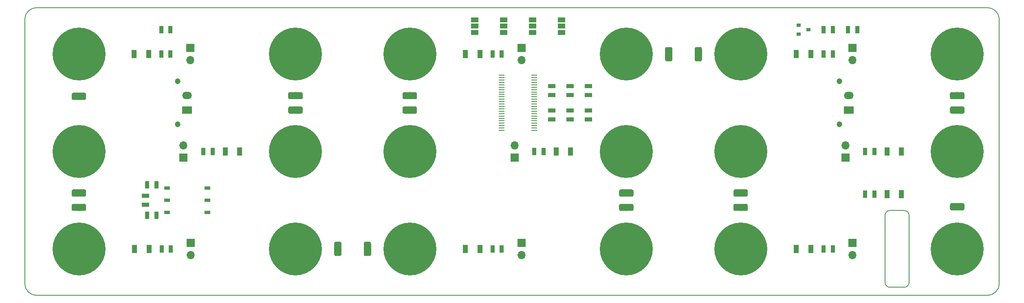
<source format=gbr>
%TF.GenerationSoftware,KiCad,Pcbnew,(5.0.0-rc2-dev-632-g76d3b6f04)*%
%TF.CreationDate,2018-06-22T20:22:36+02:00*%
%TF.ProjectId,CellsBoard,43656C6C73426F6172642E6B69636164,rev?*%
%TF.SameCoordinates,Original*%
%TF.FileFunction,Soldermask,Top*%
%TF.FilePolarity,Negative*%
%FSLAX46Y46*%
G04 Gerber Fmt 4.6, Leading zero omitted, Abs format (unit mm)*
G04 Created by KiCad (PCBNEW (5.0.0-rc2-dev-632-g76d3b6f04)) date 06/22/18 20:22:36*
%MOMM*%
%LPD*%
G01*
G04 APERTURE LIST*
%ADD10C,0.150000*%
%ADD11R,1.250000X0.250000*%
%ADD12C,11.000000*%
%ADD13C,0.900000*%
%ADD14C,1.500000*%
%ADD15O,2.000000X1.500000*%
%ADD16R,2.000000X1.500000*%
%ADD17C,1.200000*%
%ADD18R,1.300000X0.750000*%
%ADD19O,1.700000X1.700000*%
%ADD20R,1.700000X1.700000*%
%ADD21R,1.500000X0.970000*%
%ADD22R,0.970000X1.500000*%
%ADD23R,1.070000X1.800000*%
%ADD24R,1.500000X1.000000*%
%ADD25R,0.900000X0.800000*%
G04 APERTURE END LIST*
D10*
X229750000Y-132300000D02*
X232750000Y-132300000D01*
X228750000Y-147300000D02*
X228750000Y-133300000D01*
X232750000Y-148300000D02*
X229750000Y-148300000D01*
X233750000Y-133300000D02*
X233750000Y-147300000D01*
X229750000Y-148300000D02*
G75*
G02X228750000Y-147300000I0J1000000D01*
G01*
X228750000Y-133300000D02*
G75*
G02X229750000Y-132300000I1000000J0D01*
G01*
X232750000Y-132300000D02*
G75*
G02X233750000Y-133300000I0J-1000000D01*
G01*
X233750000Y-147300000D02*
G75*
G02X232750000Y-148300000I-1000000J0D01*
G01*
X250000000Y-90000000D02*
X52500000Y-90000000D01*
X250000000Y-90000000D02*
G75*
G02X252500000Y-92500000I0J-2500000D01*
G01*
X252500000Y-147500000D02*
X252500000Y-92500000D01*
X252500000Y-147500000D02*
G75*
G02X250000000Y-150000000I-2500000J0D01*
G01*
X52500000Y-150000000D02*
X250000000Y-150000000D01*
X52500000Y-150000000D02*
G75*
G02X50000000Y-147500000I0J2500000D01*
G01*
X50000000Y-92500000D02*
X50000000Y-147500000D01*
X50000000Y-92500000D02*
G75*
G02X52500000Y-90000000I2500000J0D01*
G01*
D11*
X155875000Y-104100000D03*
X149125000Y-104100000D03*
X155875000Y-104600000D03*
X149125000Y-104600000D03*
X155875000Y-105100000D03*
X149125000Y-105100000D03*
X155875000Y-105600000D03*
X149125000Y-105600000D03*
X155875000Y-106100000D03*
X149125000Y-106100000D03*
X155875000Y-106600000D03*
X149125000Y-106600000D03*
X155875000Y-107100000D03*
X149125000Y-107100000D03*
X155875000Y-107600000D03*
X149125000Y-107600000D03*
X155875000Y-108100000D03*
X149125000Y-108100000D03*
X155875000Y-108600000D03*
X149125000Y-108600000D03*
X155875000Y-109100000D03*
X149125000Y-109100000D03*
X155875000Y-109600000D03*
X149125000Y-109600000D03*
X155875000Y-110100000D03*
X149125000Y-110100000D03*
X155875000Y-110600000D03*
X149125000Y-110600000D03*
X155875000Y-111100000D03*
X149125000Y-111100000D03*
X155875000Y-111600000D03*
X149125000Y-111600000D03*
X155875000Y-112100000D03*
X149125000Y-112100000D03*
X155875000Y-112600000D03*
X149125000Y-112600000D03*
X155875000Y-113100000D03*
X149125000Y-113100000D03*
X155875000Y-113600000D03*
X149125000Y-113600000D03*
X155875000Y-114100000D03*
X149125000Y-114100000D03*
X155875000Y-114600000D03*
X149125000Y-114600000D03*
X155875000Y-115100000D03*
X149125000Y-115100000D03*
X155875000Y-115600000D03*
X149125000Y-115600000D03*
D12*
X106250000Y-140300000D03*
D13*
X110375000Y-140300000D03*
X109176815Y-143226815D03*
X106250000Y-144425000D03*
X103323185Y-143226815D03*
X102125000Y-140300000D03*
X103323185Y-137373185D03*
X106250000Y-136175000D03*
X109176815Y-137373185D03*
X134125000Y-140300000D03*
X125875000Y-140300000D03*
X130000000Y-144425000D03*
X127073185Y-137373185D03*
X132926815Y-137373185D03*
X132926815Y-143226815D03*
X130000000Y-136175000D03*
X127073185Y-143226815D03*
D12*
X130000000Y-140300000D03*
D10*
G36*
X121611756Y-138801806D02*
X121648159Y-138807206D01*
X121683857Y-138816147D01*
X121718506Y-138828545D01*
X121751774Y-138844280D01*
X121783339Y-138863199D01*
X121812897Y-138885121D01*
X121840165Y-138909835D01*
X121864879Y-138937103D01*
X121886801Y-138966661D01*
X121905720Y-138998226D01*
X121921455Y-139031494D01*
X121933853Y-139066143D01*
X121942794Y-139101841D01*
X121948194Y-139138244D01*
X121950000Y-139175000D01*
X121950000Y-141425000D01*
X121948194Y-141461756D01*
X121942794Y-141498159D01*
X121933853Y-141533857D01*
X121921455Y-141568506D01*
X121905720Y-141601774D01*
X121886801Y-141633339D01*
X121864879Y-141662897D01*
X121840165Y-141690165D01*
X121812897Y-141714879D01*
X121783339Y-141736801D01*
X121751774Y-141755720D01*
X121718506Y-141771455D01*
X121683857Y-141783853D01*
X121648159Y-141792794D01*
X121611756Y-141798194D01*
X121575000Y-141800000D01*
X120825000Y-141800000D01*
X120788244Y-141798194D01*
X120751841Y-141792794D01*
X120716143Y-141783853D01*
X120681494Y-141771455D01*
X120648226Y-141755720D01*
X120616661Y-141736801D01*
X120587103Y-141714879D01*
X120559835Y-141690165D01*
X120535121Y-141662897D01*
X120513199Y-141633339D01*
X120494280Y-141601774D01*
X120478545Y-141568506D01*
X120466147Y-141533857D01*
X120457206Y-141498159D01*
X120451806Y-141461756D01*
X120450000Y-141425000D01*
X120450000Y-139175000D01*
X120451806Y-139138244D01*
X120457206Y-139101841D01*
X120466147Y-139066143D01*
X120478545Y-139031494D01*
X120494280Y-138998226D01*
X120513199Y-138966661D01*
X120535121Y-138937103D01*
X120559835Y-138909835D01*
X120587103Y-138885121D01*
X120616661Y-138863199D01*
X120648226Y-138844280D01*
X120681494Y-138828545D01*
X120716143Y-138816147D01*
X120751841Y-138807206D01*
X120788244Y-138801806D01*
X120825000Y-138800000D01*
X121575000Y-138800000D01*
X121611756Y-138801806D01*
X121611756Y-138801806D01*
G37*
D14*
X121200000Y-140300000D03*
D10*
G36*
X115461756Y-138801806D02*
X115498159Y-138807206D01*
X115533857Y-138816147D01*
X115568506Y-138828545D01*
X115601774Y-138844280D01*
X115633339Y-138863199D01*
X115662897Y-138885121D01*
X115690165Y-138909835D01*
X115714879Y-138937103D01*
X115736801Y-138966661D01*
X115755720Y-138998226D01*
X115771455Y-139031494D01*
X115783853Y-139066143D01*
X115792794Y-139101841D01*
X115798194Y-139138244D01*
X115800000Y-139175000D01*
X115800000Y-141425000D01*
X115798194Y-141461756D01*
X115792794Y-141498159D01*
X115783853Y-141533857D01*
X115771455Y-141568506D01*
X115755720Y-141601774D01*
X115736801Y-141633339D01*
X115714879Y-141662897D01*
X115690165Y-141690165D01*
X115662897Y-141714879D01*
X115633339Y-141736801D01*
X115601774Y-141755720D01*
X115568506Y-141771455D01*
X115533857Y-141783853D01*
X115498159Y-141792794D01*
X115461756Y-141798194D01*
X115425000Y-141800000D01*
X114675000Y-141800000D01*
X114638244Y-141798194D01*
X114601841Y-141792794D01*
X114566143Y-141783853D01*
X114531494Y-141771455D01*
X114498226Y-141755720D01*
X114466661Y-141736801D01*
X114437103Y-141714879D01*
X114409835Y-141690165D01*
X114385121Y-141662897D01*
X114363199Y-141633339D01*
X114344280Y-141601774D01*
X114328545Y-141568506D01*
X114316147Y-141533857D01*
X114307206Y-141498159D01*
X114301806Y-141461756D01*
X114300000Y-141425000D01*
X114300000Y-139175000D01*
X114301806Y-139138244D01*
X114307206Y-139101841D01*
X114316147Y-139066143D01*
X114328545Y-139031494D01*
X114344280Y-138998226D01*
X114363199Y-138966661D01*
X114385121Y-138937103D01*
X114409835Y-138909835D01*
X114437103Y-138885121D01*
X114466661Y-138863199D01*
X114498226Y-138844280D01*
X114531494Y-138828545D01*
X114566143Y-138816147D01*
X114601841Y-138807206D01*
X114638244Y-138801806D01*
X114675000Y-138800000D01*
X115425000Y-138800000D01*
X115461756Y-138801806D01*
X115461756Y-138801806D01*
G37*
D14*
X115050000Y-140300000D03*
D12*
X175000000Y-99700000D03*
D13*
X179125000Y-99700000D03*
X177926815Y-102626815D03*
X175000000Y-103825000D03*
X172073185Y-102626815D03*
X170875000Y-99700000D03*
X172073185Y-96773185D03*
X175000000Y-95575000D03*
X177926815Y-96773185D03*
X202875000Y-99700000D03*
X194625000Y-99700000D03*
X198750000Y-103825000D03*
X195823185Y-96773185D03*
X201676815Y-96773185D03*
X201676815Y-102626815D03*
X198750000Y-95575000D03*
X195823185Y-102626815D03*
D12*
X198750000Y-99700000D03*
D10*
G36*
X190361756Y-98201806D02*
X190398159Y-98207206D01*
X190433857Y-98216147D01*
X190468506Y-98228545D01*
X190501774Y-98244280D01*
X190533339Y-98263199D01*
X190562897Y-98285121D01*
X190590165Y-98309835D01*
X190614879Y-98337103D01*
X190636801Y-98366661D01*
X190655720Y-98398226D01*
X190671455Y-98431494D01*
X190683853Y-98466143D01*
X190692794Y-98501841D01*
X190698194Y-98538244D01*
X190700000Y-98575000D01*
X190700000Y-100825000D01*
X190698194Y-100861756D01*
X190692794Y-100898159D01*
X190683853Y-100933857D01*
X190671455Y-100968506D01*
X190655720Y-101001774D01*
X190636801Y-101033339D01*
X190614879Y-101062897D01*
X190590165Y-101090165D01*
X190562897Y-101114879D01*
X190533339Y-101136801D01*
X190501774Y-101155720D01*
X190468506Y-101171455D01*
X190433857Y-101183853D01*
X190398159Y-101192794D01*
X190361756Y-101198194D01*
X190325000Y-101200000D01*
X189575000Y-101200000D01*
X189538244Y-101198194D01*
X189501841Y-101192794D01*
X189466143Y-101183853D01*
X189431494Y-101171455D01*
X189398226Y-101155720D01*
X189366661Y-101136801D01*
X189337103Y-101114879D01*
X189309835Y-101090165D01*
X189285121Y-101062897D01*
X189263199Y-101033339D01*
X189244280Y-101001774D01*
X189228545Y-100968506D01*
X189216147Y-100933857D01*
X189207206Y-100898159D01*
X189201806Y-100861756D01*
X189200000Y-100825000D01*
X189200000Y-98575000D01*
X189201806Y-98538244D01*
X189207206Y-98501841D01*
X189216147Y-98466143D01*
X189228545Y-98431494D01*
X189244280Y-98398226D01*
X189263199Y-98366661D01*
X189285121Y-98337103D01*
X189309835Y-98309835D01*
X189337103Y-98285121D01*
X189366661Y-98263199D01*
X189398226Y-98244280D01*
X189431494Y-98228545D01*
X189466143Y-98216147D01*
X189501841Y-98207206D01*
X189538244Y-98201806D01*
X189575000Y-98200000D01*
X190325000Y-98200000D01*
X190361756Y-98201806D01*
X190361756Y-98201806D01*
G37*
D14*
X189950000Y-99700000D03*
D10*
G36*
X184211756Y-98201806D02*
X184248159Y-98207206D01*
X184283857Y-98216147D01*
X184318506Y-98228545D01*
X184351774Y-98244280D01*
X184383339Y-98263199D01*
X184412897Y-98285121D01*
X184440165Y-98309835D01*
X184464879Y-98337103D01*
X184486801Y-98366661D01*
X184505720Y-98398226D01*
X184521455Y-98431494D01*
X184533853Y-98466143D01*
X184542794Y-98501841D01*
X184548194Y-98538244D01*
X184550000Y-98575000D01*
X184550000Y-100825000D01*
X184548194Y-100861756D01*
X184542794Y-100898159D01*
X184533853Y-100933857D01*
X184521455Y-100968506D01*
X184505720Y-101001774D01*
X184486801Y-101033339D01*
X184464879Y-101062897D01*
X184440165Y-101090165D01*
X184412897Y-101114879D01*
X184383339Y-101136801D01*
X184351774Y-101155720D01*
X184318506Y-101171455D01*
X184283857Y-101183853D01*
X184248159Y-101192794D01*
X184211756Y-101198194D01*
X184175000Y-101200000D01*
X183425000Y-101200000D01*
X183388244Y-101198194D01*
X183351841Y-101192794D01*
X183316143Y-101183853D01*
X183281494Y-101171455D01*
X183248226Y-101155720D01*
X183216661Y-101136801D01*
X183187103Y-101114879D01*
X183159835Y-101090165D01*
X183135121Y-101062897D01*
X183113199Y-101033339D01*
X183094280Y-101001774D01*
X183078545Y-100968506D01*
X183066147Y-100933857D01*
X183057206Y-100898159D01*
X183051806Y-100861756D01*
X183050000Y-100825000D01*
X183050000Y-98575000D01*
X183051806Y-98538244D01*
X183057206Y-98501841D01*
X183066147Y-98466143D01*
X183078545Y-98431494D01*
X183094280Y-98398226D01*
X183113199Y-98366661D01*
X183135121Y-98337103D01*
X183159835Y-98309835D01*
X183187103Y-98285121D01*
X183216661Y-98263199D01*
X183248226Y-98244280D01*
X183281494Y-98228545D01*
X183316143Y-98216147D01*
X183351841Y-98207206D01*
X183388244Y-98201806D01*
X183425000Y-98200000D01*
X184175000Y-98200000D01*
X184211756Y-98201806D01*
X184211756Y-98201806D01*
G37*
D14*
X183800000Y-99700000D03*
D12*
X106250000Y-120000000D03*
D13*
X106250000Y-115875000D03*
X109176815Y-117073185D03*
X110375000Y-120000000D03*
X109176815Y-122926815D03*
X106250000Y-124125000D03*
X103323185Y-122926815D03*
X102125000Y-120000000D03*
X103323185Y-117073185D03*
X106250000Y-95575000D03*
X106250000Y-103825000D03*
X110375000Y-99700000D03*
X103323185Y-102626815D03*
X103323185Y-96773185D03*
X109176815Y-96773185D03*
X102125000Y-99700000D03*
X109176815Y-102626815D03*
D12*
X106250000Y-99700000D03*
D10*
G36*
X107411756Y-107601806D02*
X107448159Y-107607206D01*
X107483857Y-107616147D01*
X107518506Y-107628545D01*
X107551774Y-107644280D01*
X107583339Y-107663199D01*
X107612897Y-107685121D01*
X107640165Y-107709835D01*
X107664879Y-107737103D01*
X107686801Y-107766661D01*
X107705720Y-107798226D01*
X107721455Y-107831494D01*
X107733853Y-107866143D01*
X107742794Y-107901841D01*
X107748194Y-107938244D01*
X107750000Y-107975000D01*
X107750000Y-108725000D01*
X107748194Y-108761756D01*
X107742794Y-108798159D01*
X107733853Y-108833857D01*
X107721455Y-108868506D01*
X107705720Y-108901774D01*
X107686801Y-108933339D01*
X107664879Y-108962897D01*
X107640165Y-108990165D01*
X107612897Y-109014879D01*
X107583339Y-109036801D01*
X107551774Y-109055720D01*
X107518506Y-109071455D01*
X107483857Y-109083853D01*
X107448159Y-109092794D01*
X107411756Y-109098194D01*
X107375000Y-109100000D01*
X105125000Y-109100000D01*
X105088244Y-109098194D01*
X105051841Y-109092794D01*
X105016143Y-109083853D01*
X104981494Y-109071455D01*
X104948226Y-109055720D01*
X104916661Y-109036801D01*
X104887103Y-109014879D01*
X104859835Y-108990165D01*
X104835121Y-108962897D01*
X104813199Y-108933339D01*
X104794280Y-108901774D01*
X104778545Y-108868506D01*
X104766147Y-108833857D01*
X104757206Y-108798159D01*
X104751806Y-108761756D01*
X104750000Y-108725000D01*
X104750000Y-107975000D01*
X104751806Y-107938244D01*
X104757206Y-107901841D01*
X104766147Y-107866143D01*
X104778545Y-107831494D01*
X104794280Y-107798226D01*
X104813199Y-107766661D01*
X104835121Y-107737103D01*
X104859835Y-107709835D01*
X104887103Y-107685121D01*
X104916661Y-107663199D01*
X104948226Y-107644280D01*
X104981494Y-107628545D01*
X105016143Y-107616147D01*
X105051841Y-107607206D01*
X105088244Y-107601806D01*
X105125000Y-107600000D01*
X107375000Y-107600000D01*
X107411756Y-107601806D01*
X107411756Y-107601806D01*
G37*
D14*
X106250000Y-108350000D03*
D10*
G36*
X107411756Y-110601806D02*
X107448159Y-110607206D01*
X107483857Y-110616147D01*
X107518506Y-110628545D01*
X107551774Y-110644280D01*
X107583339Y-110663199D01*
X107612897Y-110685121D01*
X107640165Y-110709835D01*
X107664879Y-110737103D01*
X107686801Y-110766661D01*
X107705720Y-110798226D01*
X107721455Y-110831494D01*
X107733853Y-110866143D01*
X107742794Y-110901841D01*
X107748194Y-110938244D01*
X107750000Y-110975000D01*
X107750000Y-111725000D01*
X107748194Y-111761756D01*
X107742794Y-111798159D01*
X107733853Y-111833857D01*
X107721455Y-111868506D01*
X107705720Y-111901774D01*
X107686801Y-111933339D01*
X107664879Y-111962897D01*
X107640165Y-111990165D01*
X107612897Y-112014879D01*
X107583339Y-112036801D01*
X107551774Y-112055720D01*
X107518506Y-112071455D01*
X107483857Y-112083853D01*
X107448159Y-112092794D01*
X107411756Y-112098194D01*
X107375000Y-112100000D01*
X105125000Y-112100000D01*
X105088244Y-112098194D01*
X105051841Y-112092794D01*
X105016143Y-112083853D01*
X104981494Y-112071455D01*
X104948226Y-112055720D01*
X104916661Y-112036801D01*
X104887103Y-112014879D01*
X104859835Y-111990165D01*
X104835121Y-111962897D01*
X104813199Y-111933339D01*
X104794280Y-111901774D01*
X104778545Y-111868506D01*
X104766147Y-111833857D01*
X104757206Y-111798159D01*
X104751806Y-111761756D01*
X104750000Y-111725000D01*
X104750000Y-110975000D01*
X104751806Y-110938244D01*
X104757206Y-110901841D01*
X104766147Y-110866143D01*
X104778545Y-110831494D01*
X104794280Y-110798226D01*
X104813199Y-110766661D01*
X104835121Y-110737103D01*
X104859835Y-110709835D01*
X104887103Y-110685121D01*
X104916661Y-110663199D01*
X104948226Y-110644280D01*
X104981494Y-110628545D01*
X105016143Y-110616147D01*
X105051841Y-110607206D01*
X105088244Y-110601806D01*
X105125000Y-110600000D01*
X107375000Y-110600000D01*
X107411756Y-110601806D01*
X107411756Y-110601806D01*
G37*
D14*
X106250000Y-111350000D03*
D12*
X61250000Y-140300000D03*
D13*
X61250000Y-136175000D03*
X64176815Y-137373185D03*
X65375000Y-140300000D03*
X64176815Y-143226815D03*
X61250000Y-144425000D03*
X58323185Y-143226815D03*
X57125000Y-140300000D03*
X58323185Y-137373185D03*
X61250000Y-115875000D03*
X61250000Y-124125000D03*
X65375000Y-120000000D03*
X58323185Y-122926815D03*
X58323185Y-117073185D03*
X64176815Y-117073185D03*
X57125000Y-120000000D03*
X64176815Y-122926815D03*
D12*
X61250000Y-120000000D03*
D10*
G36*
X62411756Y-127901806D02*
X62448159Y-127907206D01*
X62483857Y-127916147D01*
X62518506Y-127928545D01*
X62551774Y-127944280D01*
X62583339Y-127963199D01*
X62612897Y-127985121D01*
X62640165Y-128009835D01*
X62664879Y-128037103D01*
X62686801Y-128066661D01*
X62705720Y-128098226D01*
X62721455Y-128131494D01*
X62733853Y-128166143D01*
X62742794Y-128201841D01*
X62748194Y-128238244D01*
X62750000Y-128275000D01*
X62750000Y-129025000D01*
X62748194Y-129061756D01*
X62742794Y-129098159D01*
X62733853Y-129133857D01*
X62721455Y-129168506D01*
X62705720Y-129201774D01*
X62686801Y-129233339D01*
X62664879Y-129262897D01*
X62640165Y-129290165D01*
X62612897Y-129314879D01*
X62583339Y-129336801D01*
X62551774Y-129355720D01*
X62518506Y-129371455D01*
X62483857Y-129383853D01*
X62448159Y-129392794D01*
X62411756Y-129398194D01*
X62375000Y-129400000D01*
X60125000Y-129400000D01*
X60088244Y-129398194D01*
X60051841Y-129392794D01*
X60016143Y-129383853D01*
X59981494Y-129371455D01*
X59948226Y-129355720D01*
X59916661Y-129336801D01*
X59887103Y-129314879D01*
X59859835Y-129290165D01*
X59835121Y-129262897D01*
X59813199Y-129233339D01*
X59794280Y-129201774D01*
X59778545Y-129168506D01*
X59766147Y-129133857D01*
X59757206Y-129098159D01*
X59751806Y-129061756D01*
X59750000Y-129025000D01*
X59750000Y-128275000D01*
X59751806Y-128238244D01*
X59757206Y-128201841D01*
X59766147Y-128166143D01*
X59778545Y-128131494D01*
X59794280Y-128098226D01*
X59813199Y-128066661D01*
X59835121Y-128037103D01*
X59859835Y-128009835D01*
X59887103Y-127985121D01*
X59916661Y-127963199D01*
X59948226Y-127944280D01*
X59981494Y-127928545D01*
X60016143Y-127916147D01*
X60051841Y-127907206D01*
X60088244Y-127901806D01*
X60125000Y-127900000D01*
X62375000Y-127900000D01*
X62411756Y-127901806D01*
X62411756Y-127901806D01*
G37*
D14*
X61250000Y-128650000D03*
D10*
G36*
X62411756Y-130901806D02*
X62448159Y-130907206D01*
X62483857Y-130916147D01*
X62518506Y-130928545D01*
X62551774Y-130944280D01*
X62583339Y-130963199D01*
X62612897Y-130985121D01*
X62640165Y-131009835D01*
X62664879Y-131037103D01*
X62686801Y-131066661D01*
X62705720Y-131098226D01*
X62721455Y-131131494D01*
X62733853Y-131166143D01*
X62742794Y-131201841D01*
X62748194Y-131238244D01*
X62750000Y-131275000D01*
X62750000Y-132025000D01*
X62748194Y-132061756D01*
X62742794Y-132098159D01*
X62733853Y-132133857D01*
X62721455Y-132168506D01*
X62705720Y-132201774D01*
X62686801Y-132233339D01*
X62664879Y-132262897D01*
X62640165Y-132290165D01*
X62612897Y-132314879D01*
X62583339Y-132336801D01*
X62551774Y-132355720D01*
X62518506Y-132371455D01*
X62483857Y-132383853D01*
X62448159Y-132392794D01*
X62411756Y-132398194D01*
X62375000Y-132400000D01*
X60125000Y-132400000D01*
X60088244Y-132398194D01*
X60051841Y-132392794D01*
X60016143Y-132383853D01*
X59981494Y-132371455D01*
X59948226Y-132355720D01*
X59916661Y-132336801D01*
X59887103Y-132314879D01*
X59859835Y-132290165D01*
X59835121Y-132262897D01*
X59813199Y-132233339D01*
X59794280Y-132201774D01*
X59778545Y-132168506D01*
X59766147Y-132133857D01*
X59757206Y-132098159D01*
X59751806Y-132061756D01*
X59750000Y-132025000D01*
X59750000Y-131275000D01*
X59751806Y-131238244D01*
X59757206Y-131201841D01*
X59766147Y-131166143D01*
X59778545Y-131131494D01*
X59794280Y-131098226D01*
X59813199Y-131066661D01*
X59835121Y-131037103D01*
X59859835Y-131009835D01*
X59887103Y-130985121D01*
X59916661Y-130963199D01*
X59948226Y-130944280D01*
X59981494Y-130928545D01*
X60016143Y-130916147D01*
X60051841Y-130907206D01*
X60088244Y-130901806D01*
X60125000Y-130900000D01*
X62375000Y-130900000D01*
X62411756Y-130901806D01*
X62411756Y-130901806D01*
G37*
D14*
X61250000Y-131650000D03*
D12*
X175000000Y-120000000D03*
D13*
X175000000Y-124125000D03*
X172073185Y-122926815D03*
X170875000Y-120000000D03*
X172073185Y-117073185D03*
X175000000Y-115875000D03*
X177926815Y-117073185D03*
X179125000Y-120000000D03*
X177926815Y-122926815D03*
X175000000Y-144425000D03*
X175000000Y-136175000D03*
X170875000Y-140300000D03*
X177926815Y-137373185D03*
X177926815Y-143226815D03*
X172073185Y-143226815D03*
X179125000Y-140300000D03*
X172073185Y-137373185D03*
D12*
X175000000Y-140300000D03*
D10*
G36*
X176161756Y-130901806D02*
X176198159Y-130907206D01*
X176233857Y-130916147D01*
X176268506Y-130928545D01*
X176301774Y-130944280D01*
X176333339Y-130963199D01*
X176362897Y-130985121D01*
X176390165Y-131009835D01*
X176414879Y-131037103D01*
X176436801Y-131066661D01*
X176455720Y-131098226D01*
X176471455Y-131131494D01*
X176483853Y-131166143D01*
X176492794Y-131201841D01*
X176498194Y-131238244D01*
X176500000Y-131275000D01*
X176500000Y-132025000D01*
X176498194Y-132061756D01*
X176492794Y-132098159D01*
X176483853Y-132133857D01*
X176471455Y-132168506D01*
X176455720Y-132201774D01*
X176436801Y-132233339D01*
X176414879Y-132262897D01*
X176390165Y-132290165D01*
X176362897Y-132314879D01*
X176333339Y-132336801D01*
X176301774Y-132355720D01*
X176268506Y-132371455D01*
X176233857Y-132383853D01*
X176198159Y-132392794D01*
X176161756Y-132398194D01*
X176125000Y-132400000D01*
X173875000Y-132400000D01*
X173838244Y-132398194D01*
X173801841Y-132392794D01*
X173766143Y-132383853D01*
X173731494Y-132371455D01*
X173698226Y-132355720D01*
X173666661Y-132336801D01*
X173637103Y-132314879D01*
X173609835Y-132290165D01*
X173585121Y-132262897D01*
X173563199Y-132233339D01*
X173544280Y-132201774D01*
X173528545Y-132168506D01*
X173516147Y-132133857D01*
X173507206Y-132098159D01*
X173501806Y-132061756D01*
X173500000Y-132025000D01*
X173500000Y-131275000D01*
X173501806Y-131238244D01*
X173507206Y-131201841D01*
X173516147Y-131166143D01*
X173528545Y-131131494D01*
X173544280Y-131098226D01*
X173563199Y-131066661D01*
X173585121Y-131037103D01*
X173609835Y-131009835D01*
X173637103Y-130985121D01*
X173666661Y-130963199D01*
X173698226Y-130944280D01*
X173731494Y-130928545D01*
X173766143Y-130916147D01*
X173801841Y-130907206D01*
X173838244Y-130901806D01*
X173875000Y-130900000D01*
X176125000Y-130900000D01*
X176161756Y-130901806D01*
X176161756Y-130901806D01*
G37*
D14*
X175000000Y-131650000D03*
D10*
G36*
X176161756Y-127901806D02*
X176198159Y-127907206D01*
X176233857Y-127916147D01*
X176268506Y-127928545D01*
X176301774Y-127944280D01*
X176333339Y-127963199D01*
X176362897Y-127985121D01*
X176390165Y-128009835D01*
X176414879Y-128037103D01*
X176436801Y-128066661D01*
X176455720Y-128098226D01*
X176471455Y-128131494D01*
X176483853Y-128166143D01*
X176492794Y-128201841D01*
X176498194Y-128238244D01*
X176500000Y-128275000D01*
X176500000Y-129025000D01*
X176498194Y-129061756D01*
X176492794Y-129098159D01*
X176483853Y-129133857D01*
X176471455Y-129168506D01*
X176455720Y-129201774D01*
X176436801Y-129233339D01*
X176414879Y-129262897D01*
X176390165Y-129290165D01*
X176362897Y-129314879D01*
X176333339Y-129336801D01*
X176301774Y-129355720D01*
X176268506Y-129371455D01*
X176233857Y-129383853D01*
X176198159Y-129392794D01*
X176161756Y-129398194D01*
X176125000Y-129400000D01*
X173875000Y-129400000D01*
X173838244Y-129398194D01*
X173801841Y-129392794D01*
X173766143Y-129383853D01*
X173731494Y-129371455D01*
X173698226Y-129355720D01*
X173666661Y-129336801D01*
X173637103Y-129314879D01*
X173609835Y-129290165D01*
X173585121Y-129262897D01*
X173563199Y-129233339D01*
X173544280Y-129201774D01*
X173528545Y-129168506D01*
X173516147Y-129133857D01*
X173507206Y-129098159D01*
X173501806Y-129061756D01*
X173500000Y-129025000D01*
X173500000Y-128275000D01*
X173501806Y-128238244D01*
X173507206Y-128201841D01*
X173516147Y-128166143D01*
X173528545Y-128131494D01*
X173544280Y-128098226D01*
X173563199Y-128066661D01*
X173585121Y-128037103D01*
X173609835Y-128009835D01*
X173637103Y-127985121D01*
X173666661Y-127963199D01*
X173698226Y-127944280D01*
X173731494Y-127928545D01*
X173766143Y-127916147D01*
X173801841Y-127907206D01*
X173838244Y-127901806D01*
X173875000Y-127900000D01*
X176125000Y-127900000D01*
X176161756Y-127901806D01*
X176161756Y-127901806D01*
G37*
D14*
X175000000Y-128650000D03*
D12*
X130000000Y-99700000D03*
D13*
X130000000Y-103825000D03*
X127073185Y-102626815D03*
X125875000Y-99700000D03*
X127073185Y-96773185D03*
X130000000Y-95575000D03*
X132926815Y-96773185D03*
X134125000Y-99700000D03*
X132926815Y-102626815D03*
X130000000Y-124125000D03*
X130000000Y-115875000D03*
X125875000Y-120000000D03*
X132926815Y-117073185D03*
X132926815Y-122926815D03*
X127073185Y-122926815D03*
X134125000Y-120000000D03*
X127073185Y-117073185D03*
D12*
X130000000Y-120000000D03*
D10*
G36*
X131161756Y-110601806D02*
X131198159Y-110607206D01*
X131233857Y-110616147D01*
X131268506Y-110628545D01*
X131301774Y-110644280D01*
X131333339Y-110663199D01*
X131362897Y-110685121D01*
X131390165Y-110709835D01*
X131414879Y-110737103D01*
X131436801Y-110766661D01*
X131455720Y-110798226D01*
X131471455Y-110831494D01*
X131483853Y-110866143D01*
X131492794Y-110901841D01*
X131498194Y-110938244D01*
X131500000Y-110975000D01*
X131500000Y-111725000D01*
X131498194Y-111761756D01*
X131492794Y-111798159D01*
X131483853Y-111833857D01*
X131471455Y-111868506D01*
X131455720Y-111901774D01*
X131436801Y-111933339D01*
X131414879Y-111962897D01*
X131390165Y-111990165D01*
X131362897Y-112014879D01*
X131333339Y-112036801D01*
X131301774Y-112055720D01*
X131268506Y-112071455D01*
X131233857Y-112083853D01*
X131198159Y-112092794D01*
X131161756Y-112098194D01*
X131125000Y-112100000D01*
X128875000Y-112100000D01*
X128838244Y-112098194D01*
X128801841Y-112092794D01*
X128766143Y-112083853D01*
X128731494Y-112071455D01*
X128698226Y-112055720D01*
X128666661Y-112036801D01*
X128637103Y-112014879D01*
X128609835Y-111990165D01*
X128585121Y-111962897D01*
X128563199Y-111933339D01*
X128544280Y-111901774D01*
X128528545Y-111868506D01*
X128516147Y-111833857D01*
X128507206Y-111798159D01*
X128501806Y-111761756D01*
X128500000Y-111725000D01*
X128500000Y-110975000D01*
X128501806Y-110938244D01*
X128507206Y-110901841D01*
X128516147Y-110866143D01*
X128528545Y-110831494D01*
X128544280Y-110798226D01*
X128563199Y-110766661D01*
X128585121Y-110737103D01*
X128609835Y-110709835D01*
X128637103Y-110685121D01*
X128666661Y-110663199D01*
X128698226Y-110644280D01*
X128731494Y-110628545D01*
X128766143Y-110616147D01*
X128801841Y-110607206D01*
X128838244Y-110601806D01*
X128875000Y-110600000D01*
X131125000Y-110600000D01*
X131161756Y-110601806D01*
X131161756Y-110601806D01*
G37*
D14*
X130000000Y-111350000D03*
D10*
G36*
X131161756Y-107601806D02*
X131198159Y-107607206D01*
X131233857Y-107616147D01*
X131268506Y-107628545D01*
X131301774Y-107644280D01*
X131333339Y-107663199D01*
X131362897Y-107685121D01*
X131390165Y-107709835D01*
X131414879Y-107737103D01*
X131436801Y-107766661D01*
X131455720Y-107798226D01*
X131471455Y-107831494D01*
X131483853Y-107866143D01*
X131492794Y-107901841D01*
X131498194Y-107938244D01*
X131500000Y-107975000D01*
X131500000Y-108725000D01*
X131498194Y-108761756D01*
X131492794Y-108798159D01*
X131483853Y-108833857D01*
X131471455Y-108868506D01*
X131455720Y-108901774D01*
X131436801Y-108933339D01*
X131414879Y-108962897D01*
X131390165Y-108990165D01*
X131362897Y-109014879D01*
X131333339Y-109036801D01*
X131301774Y-109055720D01*
X131268506Y-109071455D01*
X131233857Y-109083853D01*
X131198159Y-109092794D01*
X131161756Y-109098194D01*
X131125000Y-109100000D01*
X128875000Y-109100000D01*
X128838244Y-109098194D01*
X128801841Y-109092794D01*
X128766143Y-109083853D01*
X128731494Y-109071455D01*
X128698226Y-109055720D01*
X128666661Y-109036801D01*
X128637103Y-109014879D01*
X128609835Y-108990165D01*
X128585121Y-108962897D01*
X128563199Y-108933339D01*
X128544280Y-108901774D01*
X128528545Y-108868506D01*
X128516147Y-108833857D01*
X128507206Y-108798159D01*
X128501806Y-108761756D01*
X128500000Y-108725000D01*
X128500000Y-107975000D01*
X128501806Y-107938244D01*
X128507206Y-107901841D01*
X128516147Y-107866143D01*
X128528545Y-107831494D01*
X128544280Y-107798226D01*
X128563199Y-107766661D01*
X128585121Y-107737103D01*
X128609835Y-107709835D01*
X128637103Y-107685121D01*
X128666661Y-107663199D01*
X128698226Y-107644280D01*
X128731494Y-107628545D01*
X128766143Y-107616147D01*
X128801841Y-107607206D01*
X128838244Y-107601806D01*
X128875000Y-107600000D01*
X131125000Y-107600000D01*
X131161756Y-107601806D01*
X131161756Y-107601806D01*
G37*
D14*
X130000000Y-108350000D03*
D12*
X243750000Y-120000000D03*
D13*
X243750000Y-115875000D03*
X246676815Y-117073185D03*
X247875000Y-120000000D03*
X246676815Y-122926815D03*
X243750000Y-124125000D03*
X240823185Y-122926815D03*
X239625000Y-120000000D03*
X240823185Y-117073185D03*
X243750000Y-95575000D03*
X243750000Y-103825000D03*
X247875000Y-99700000D03*
X240823185Y-102626815D03*
X240823185Y-96773185D03*
X246676815Y-96773185D03*
X239625000Y-99700000D03*
X246676815Y-102626815D03*
D12*
X243750000Y-99700000D03*
D10*
G36*
X244911756Y-107601806D02*
X244948159Y-107607206D01*
X244983857Y-107616147D01*
X245018506Y-107628545D01*
X245051774Y-107644280D01*
X245083339Y-107663199D01*
X245112897Y-107685121D01*
X245140165Y-107709835D01*
X245164879Y-107737103D01*
X245186801Y-107766661D01*
X245205720Y-107798226D01*
X245221455Y-107831494D01*
X245233853Y-107866143D01*
X245242794Y-107901841D01*
X245248194Y-107938244D01*
X245250000Y-107975000D01*
X245250000Y-108725000D01*
X245248194Y-108761756D01*
X245242794Y-108798159D01*
X245233853Y-108833857D01*
X245221455Y-108868506D01*
X245205720Y-108901774D01*
X245186801Y-108933339D01*
X245164879Y-108962897D01*
X245140165Y-108990165D01*
X245112897Y-109014879D01*
X245083339Y-109036801D01*
X245051774Y-109055720D01*
X245018506Y-109071455D01*
X244983857Y-109083853D01*
X244948159Y-109092794D01*
X244911756Y-109098194D01*
X244875000Y-109100000D01*
X242625000Y-109100000D01*
X242588244Y-109098194D01*
X242551841Y-109092794D01*
X242516143Y-109083853D01*
X242481494Y-109071455D01*
X242448226Y-109055720D01*
X242416661Y-109036801D01*
X242387103Y-109014879D01*
X242359835Y-108990165D01*
X242335121Y-108962897D01*
X242313199Y-108933339D01*
X242294280Y-108901774D01*
X242278545Y-108868506D01*
X242266147Y-108833857D01*
X242257206Y-108798159D01*
X242251806Y-108761756D01*
X242250000Y-108725000D01*
X242250000Y-107975000D01*
X242251806Y-107938244D01*
X242257206Y-107901841D01*
X242266147Y-107866143D01*
X242278545Y-107831494D01*
X242294280Y-107798226D01*
X242313199Y-107766661D01*
X242335121Y-107737103D01*
X242359835Y-107709835D01*
X242387103Y-107685121D01*
X242416661Y-107663199D01*
X242448226Y-107644280D01*
X242481494Y-107628545D01*
X242516143Y-107616147D01*
X242551841Y-107607206D01*
X242588244Y-107601806D01*
X242625000Y-107600000D01*
X244875000Y-107600000D01*
X244911756Y-107601806D01*
X244911756Y-107601806D01*
G37*
D14*
X243750000Y-108350000D03*
D10*
G36*
X244911756Y-110601806D02*
X244948159Y-110607206D01*
X244983857Y-110616147D01*
X245018506Y-110628545D01*
X245051774Y-110644280D01*
X245083339Y-110663199D01*
X245112897Y-110685121D01*
X245140165Y-110709835D01*
X245164879Y-110737103D01*
X245186801Y-110766661D01*
X245205720Y-110798226D01*
X245221455Y-110831494D01*
X245233853Y-110866143D01*
X245242794Y-110901841D01*
X245248194Y-110938244D01*
X245250000Y-110975000D01*
X245250000Y-111725000D01*
X245248194Y-111761756D01*
X245242794Y-111798159D01*
X245233853Y-111833857D01*
X245221455Y-111868506D01*
X245205720Y-111901774D01*
X245186801Y-111933339D01*
X245164879Y-111962897D01*
X245140165Y-111990165D01*
X245112897Y-112014879D01*
X245083339Y-112036801D01*
X245051774Y-112055720D01*
X245018506Y-112071455D01*
X244983857Y-112083853D01*
X244948159Y-112092794D01*
X244911756Y-112098194D01*
X244875000Y-112100000D01*
X242625000Y-112100000D01*
X242588244Y-112098194D01*
X242551841Y-112092794D01*
X242516143Y-112083853D01*
X242481494Y-112071455D01*
X242448226Y-112055720D01*
X242416661Y-112036801D01*
X242387103Y-112014879D01*
X242359835Y-111990165D01*
X242335121Y-111962897D01*
X242313199Y-111933339D01*
X242294280Y-111901774D01*
X242278545Y-111868506D01*
X242266147Y-111833857D01*
X242257206Y-111798159D01*
X242251806Y-111761756D01*
X242250000Y-111725000D01*
X242250000Y-110975000D01*
X242251806Y-110938244D01*
X242257206Y-110901841D01*
X242266147Y-110866143D01*
X242278545Y-110831494D01*
X242294280Y-110798226D01*
X242313199Y-110766661D01*
X242335121Y-110737103D01*
X242359835Y-110709835D01*
X242387103Y-110685121D01*
X242416661Y-110663199D01*
X242448226Y-110644280D01*
X242481494Y-110628545D01*
X242516143Y-110616147D01*
X242551841Y-110607206D01*
X242588244Y-110601806D01*
X242625000Y-110600000D01*
X244875000Y-110600000D01*
X244911756Y-110601806D01*
X244911756Y-110601806D01*
G37*
D14*
X243750000Y-111350000D03*
D12*
X198750000Y-140300000D03*
D13*
X198750000Y-136175000D03*
X201676815Y-137373185D03*
X202875000Y-140300000D03*
X201676815Y-143226815D03*
X198750000Y-144425000D03*
X195823185Y-143226815D03*
X194625000Y-140300000D03*
X195823185Y-137373185D03*
X198750000Y-115875000D03*
X198750000Y-124125000D03*
X202875000Y-120000000D03*
X195823185Y-122926815D03*
X195823185Y-117073185D03*
X201676815Y-117073185D03*
X194625000Y-120000000D03*
X201676815Y-122926815D03*
D12*
X198750000Y-120000000D03*
D10*
G36*
X199911756Y-127901806D02*
X199948159Y-127907206D01*
X199983857Y-127916147D01*
X200018506Y-127928545D01*
X200051774Y-127944280D01*
X200083339Y-127963199D01*
X200112897Y-127985121D01*
X200140165Y-128009835D01*
X200164879Y-128037103D01*
X200186801Y-128066661D01*
X200205720Y-128098226D01*
X200221455Y-128131494D01*
X200233853Y-128166143D01*
X200242794Y-128201841D01*
X200248194Y-128238244D01*
X200250000Y-128275000D01*
X200250000Y-129025000D01*
X200248194Y-129061756D01*
X200242794Y-129098159D01*
X200233853Y-129133857D01*
X200221455Y-129168506D01*
X200205720Y-129201774D01*
X200186801Y-129233339D01*
X200164879Y-129262897D01*
X200140165Y-129290165D01*
X200112897Y-129314879D01*
X200083339Y-129336801D01*
X200051774Y-129355720D01*
X200018506Y-129371455D01*
X199983857Y-129383853D01*
X199948159Y-129392794D01*
X199911756Y-129398194D01*
X199875000Y-129400000D01*
X197625000Y-129400000D01*
X197588244Y-129398194D01*
X197551841Y-129392794D01*
X197516143Y-129383853D01*
X197481494Y-129371455D01*
X197448226Y-129355720D01*
X197416661Y-129336801D01*
X197387103Y-129314879D01*
X197359835Y-129290165D01*
X197335121Y-129262897D01*
X197313199Y-129233339D01*
X197294280Y-129201774D01*
X197278545Y-129168506D01*
X197266147Y-129133857D01*
X197257206Y-129098159D01*
X197251806Y-129061756D01*
X197250000Y-129025000D01*
X197250000Y-128275000D01*
X197251806Y-128238244D01*
X197257206Y-128201841D01*
X197266147Y-128166143D01*
X197278545Y-128131494D01*
X197294280Y-128098226D01*
X197313199Y-128066661D01*
X197335121Y-128037103D01*
X197359835Y-128009835D01*
X197387103Y-127985121D01*
X197416661Y-127963199D01*
X197448226Y-127944280D01*
X197481494Y-127928545D01*
X197516143Y-127916147D01*
X197551841Y-127907206D01*
X197588244Y-127901806D01*
X197625000Y-127900000D01*
X199875000Y-127900000D01*
X199911756Y-127901806D01*
X199911756Y-127901806D01*
G37*
D14*
X198750000Y-128650000D03*
D10*
G36*
X199911756Y-130901806D02*
X199948159Y-130907206D01*
X199983857Y-130916147D01*
X200018506Y-130928545D01*
X200051774Y-130944280D01*
X200083339Y-130963199D01*
X200112897Y-130985121D01*
X200140165Y-131009835D01*
X200164879Y-131037103D01*
X200186801Y-131066661D01*
X200205720Y-131098226D01*
X200221455Y-131131494D01*
X200233853Y-131166143D01*
X200242794Y-131201841D01*
X200248194Y-131238244D01*
X200250000Y-131275000D01*
X200250000Y-132025000D01*
X200248194Y-132061756D01*
X200242794Y-132098159D01*
X200233853Y-132133857D01*
X200221455Y-132168506D01*
X200205720Y-132201774D01*
X200186801Y-132233339D01*
X200164879Y-132262897D01*
X200140165Y-132290165D01*
X200112897Y-132314879D01*
X200083339Y-132336801D01*
X200051774Y-132355720D01*
X200018506Y-132371455D01*
X199983857Y-132383853D01*
X199948159Y-132392794D01*
X199911756Y-132398194D01*
X199875000Y-132400000D01*
X197625000Y-132400000D01*
X197588244Y-132398194D01*
X197551841Y-132392794D01*
X197516143Y-132383853D01*
X197481494Y-132371455D01*
X197448226Y-132355720D01*
X197416661Y-132336801D01*
X197387103Y-132314879D01*
X197359835Y-132290165D01*
X197335121Y-132262897D01*
X197313199Y-132233339D01*
X197294280Y-132201774D01*
X197278545Y-132168506D01*
X197266147Y-132133857D01*
X197257206Y-132098159D01*
X197251806Y-132061756D01*
X197250000Y-132025000D01*
X197250000Y-131275000D01*
X197251806Y-131238244D01*
X197257206Y-131201841D01*
X197266147Y-131166143D01*
X197278545Y-131131494D01*
X197294280Y-131098226D01*
X197313199Y-131066661D01*
X197335121Y-131037103D01*
X197359835Y-131009835D01*
X197387103Y-130985121D01*
X197416661Y-130963199D01*
X197448226Y-130944280D01*
X197481494Y-130928545D01*
X197516143Y-130916147D01*
X197551841Y-130907206D01*
X197588244Y-130901806D01*
X197625000Y-130900000D01*
X199875000Y-130900000D01*
X199911756Y-130901806D01*
X199911756Y-130901806D01*
G37*
D14*
X198750000Y-131650000D03*
D10*
G36*
X62411756Y-107751806D02*
X62448159Y-107757206D01*
X62483857Y-107766147D01*
X62518506Y-107778545D01*
X62551774Y-107794280D01*
X62583339Y-107813199D01*
X62612897Y-107835121D01*
X62640165Y-107859835D01*
X62664879Y-107887103D01*
X62686801Y-107916661D01*
X62705720Y-107948226D01*
X62721455Y-107981494D01*
X62733853Y-108016143D01*
X62742794Y-108051841D01*
X62748194Y-108088244D01*
X62750000Y-108125000D01*
X62750000Y-108875000D01*
X62748194Y-108911756D01*
X62742794Y-108948159D01*
X62733853Y-108983857D01*
X62721455Y-109018506D01*
X62705720Y-109051774D01*
X62686801Y-109083339D01*
X62664879Y-109112897D01*
X62640165Y-109140165D01*
X62612897Y-109164879D01*
X62583339Y-109186801D01*
X62551774Y-109205720D01*
X62518506Y-109221455D01*
X62483857Y-109233853D01*
X62448159Y-109242794D01*
X62411756Y-109248194D01*
X62375000Y-109250000D01*
X60125000Y-109250000D01*
X60088244Y-109248194D01*
X60051841Y-109242794D01*
X60016143Y-109233853D01*
X59981494Y-109221455D01*
X59948226Y-109205720D01*
X59916661Y-109186801D01*
X59887103Y-109164879D01*
X59859835Y-109140165D01*
X59835121Y-109112897D01*
X59813199Y-109083339D01*
X59794280Y-109051774D01*
X59778545Y-109018506D01*
X59766147Y-108983857D01*
X59757206Y-108948159D01*
X59751806Y-108911756D01*
X59750000Y-108875000D01*
X59750000Y-108125000D01*
X59751806Y-108088244D01*
X59757206Y-108051841D01*
X59766147Y-108016143D01*
X59778545Y-107981494D01*
X59794280Y-107948226D01*
X59813199Y-107916661D01*
X59835121Y-107887103D01*
X59859835Y-107859835D01*
X59887103Y-107835121D01*
X59916661Y-107813199D01*
X59948226Y-107794280D01*
X59981494Y-107778545D01*
X60016143Y-107766147D01*
X60051841Y-107757206D01*
X60088244Y-107751806D01*
X60125000Y-107750000D01*
X62375000Y-107750000D01*
X62411756Y-107751806D01*
X62411756Y-107751806D01*
G37*
D14*
X61250000Y-108500000D03*
D13*
X58323185Y-96773185D03*
X57125000Y-99700000D03*
X58323185Y-102626815D03*
X61250000Y-103825000D03*
X64176815Y-102626815D03*
X65375000Y-99700000D03*
X64176815Y-96773185D03*
X61250000Y-95575000D03*
D12*
X61250000Y-99700000D03*
D15*
X83750000Y-108350000D03*
D16*
X83750000Y-111350000D03*
D17*
X81790000Y-105350000D03*
X81790000Y-114350000D03*
D15*
X221250000Y-108350000D03*
D16*
X221250000Y-111350000D03*
D17*
X219290000Y-105350000D03*
X219290000Y-114350000D03*
D12*
X243750000Y-140300000D03*
D13*
X243750000Y-136175000D03*
X246676815Y-137373185D03*
X247875000Y-140300000D03*
X246676815Y-143226815D03*
X243750000Y-144425000D03*
X240823185Y-143226815D03*
X239625000Y-140300000D03*
X240823185Y-137373185D03*
D10*
G36*
X244911756Y-130751806D02*
X244948159Y-130757206D01*
X244983857Y-130766147D01*
X245018506Y-130778545D01*
X245051774Y-130794280D01*
X245083339Y-130813199D01*
X245112897Y-130835121D01*
X245140165Y-130859835D01*
X245164879Y-130887103D01*
X245186801Y-130916661D01*
X245205720Y-130948226D01*
X245221455Y-130981494D01*
X245233853Y-131016143D01*
X245242794Y-131051841D01*
X245248194Y-131088244D01*
X245250000Y-131125000D01*
X245250000Y-131875000D01*
X245248194Y-131911756D01*
X245242794Y-131948159D01*
X245233853Y-131983857D01*
X245221455Y-132018506D01*
X245205720Y-132051774D01*
X245186801Y-132083339D01*
X245164879Y-132112897D01*
X245140165Y-132140165D01*
X245112897Y-132164879D01*
X245083339Y-132186801D01*
X245051774Y-132205720D01*
X245018506Y-132221455D01*
X244983857Y-132233853D01*
X244948159Y-132242794D01*
X244911756Y-132248194D01*
X244875000Y-132250000D01*
X242625000Y-132250000D01*
X242588244Y-132248194D01*
X242551841Y-132242794D01*
X242516143Y-132233853D01*
X242481494Y-132221455D01*
X242448226Y-132205720D01*
X242416661Y-132186801D01*
X242387103Y-132164879D01*
X242359835Y-132140165D01*
X242335121Y-132112897D01*
X242313199Y-132083339D01*
X242294280Y-132051774D01*
X242278545Y-132018506D01*
X242266147Y-131983857D01*
X242257206Y-131948159D01*
X242251806Y-131911756D01*
X242250000Y-131875000D01*
X242250000Y-131125000D01*
X242251806Y-131088244D01*
X242257206Y-131051841D01*
X242266147Y-131016143D01*
X242278545Y-130981494D01*
X242294280Y-130948226D01*
X242313199Y-130916661D01*
X242335121Y-130887103D01*
X242359835Y-130859835D01*
X242387103Y-130835121D01*
X242416661Y-130813199D01*
X242448226Y-130794280D01*
X242481494Y-130778545D01*
X242516143Y-130766147D01*
X242551841Y-130757206D01*
X242588244Y-130751806D01*
X242625000Y-130750000D01*
X244875000Y-130750000D01*
X244911756Y-130751806D01*
X244911756Y-130751806D01*
G37*
D14*
X243750000Y-131500000D03*
D18*
X87950000Y-127610000D03*
X79550000Y-127610000D03*
X87950000Y-130150000D03*
X79550000Y-130150000D03*
X87950000Y-132690000D03*
X79550000Y-132690000D03*
D19*
X84400000Y-100970000D03*
D20*
X84400000Y-98430000D03*
X83000000Y-121270000D03*
D19*
X83000000Y-118730000D03*
X84500000Y-141570000D03*
D20*
X84500000Y-139030000D03*
D19*
X153250000Y-141570000D03*
D20*
X153250000Y-139030000D03*
D19*
X151750000Y-118730000D03*
D20*
X151750000Y-121270000D03*
D19*
X153250000Y-100970000D03*
D20*
X153250000Y-98430000D03*
D19*
X222000000Y-100970000D03*
D20*
X222000000Y-98430000D03*
D19*
X220500000Y-118730000D03*
D20*
X220500000Y-121270000D03*
X222000000Y-139030000D03*
D19*
X222000000Y-141570000D03*
D21*
X159485000Y-106355000D03*
X159485000Y-108265000D03*
X163295000Y-113345000D03*
X163295000Y-111435000D03*
X159485000Y-111435000D03*
X159485000Y-113345000D03*
D22*
X221045000Y-94620000D03*
X222955000Y-94620000D03*
D21*
X163295000Y-106355000D03*
X163295000Y-108265000D03*
D23*
X72735000Y-99700000D03*
X75745000Y-99700000D03*
X94665000Y-120000000D03*
X91655000Y-120000000D03*
X72835000Y-140300000D03*
X75845000Y-140300000D03*
X144595000Y-140300000D03*
X141585000Y-140300000D03*
X163415000Y-120000000D03*
X160405000Y-120000000D03*
X144595000Y-99700000D03*
X141585000Y-99700000D03*
X210335000Y-99700000D03*
X213345000Y-99700000D03*
X229155000Y-120000000D03*
X232165000Y-120000000D03*
X213345000Y-140300000D03*
X210335000Y-140300000D03*
X229155000Y-128880000D03*
X232165000Y-128880000D03*
D24*
X143500000Y-95150000D03*
X143500000Y-93850000D03*
X143500000Y-92550000D03*
X149500000Y-92550000D03*
X149500000Y-93850000D03*
X149500000Y-95150000D03*
X155500000Y-95150000D03*
X155500000Y-93850000D03*
X155500000Y-92550000D03*
X161500000Y-95150000D03*
X161500000Y-93850000D03*
X161500000Y-92550000D03*
D25*
X210840000Y-93670000D03*
X210840000Y-95570000D03*
X212840000Y-94620000D03*
D22*
X217875000Y-94620000D03*
X215965000Y-94620000D03*
X78365000Y-94620000D03*
X80275000Y-94620000D03*
X80275000Y-99700000D03*
X78365000Y-99700000D03*
X89035000Y-120000000D03*
X87125000Y-120000000D03*
X78465000Y-140300000D03*
X80375000Y-140300000D03*
X149125000Y-140300000D03*
X147215000Y-140300000D03*
X157785000Y-120000000D03*
X155875000Y-120000000D03*
X149125000Y-99700000D03*
X147215000Y-99700000D03*
X215965000Y-99700000D03*
X217875000Y-99700000D03*
X224625000Y-120000000D03*
X226535000Y-120000000D03*
D21*
X167105000Y-111435000D03*
X167105000Y-113345000D03*
X167105000Y-106355000D03*
X167105000Y-108265000D03*
D22*
X217875000Y-140300000D03*
X215965000Y-140300000D03*
X75420000Y-126975000D03*
X77330000Y-126975000D03*
D21*
X75105000Y-131105000D03*
X75105000Y-129195000D03*
D22*
X224625000Y-128880000D03*
X226535000Y-128880000D03*
X77330000Y-133325000D03*
X75420000Y-133325000D03*
M02*

</source>
